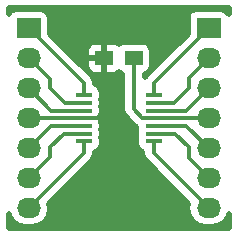
<source format=gbr>
G04 #@! TF.FileFunction,Copper,L1,Top,Signal*
%FSLAX46Y46*%
G04 Gerber Fmt 4.6, Leading zero omitted, Abs format (unit mm)*
G04 Created by KiCad (PCBNEW 4.0.2+e4-6225~38~ubuntu14.04.1-stable) date Thu 30 Jun 2016 19:20:53 SAST*
%MOMM*%
G01*
G04 APERTURE LIST*
%ADD10C,0.050000*%
%ADD11R,1.450000X0.400000*%
%ADD12R,2.032000X1.727200*%
%ADD13O,2.032000X1.727200*%
%ADD14R,1.500000X1.250000*%
%ADD15C,0.380000*%
%ADD16C,0.500000*%
G04 APERTURE END LIST*
D10*
D11*
X144370000Y-97110000D03*
X144370000Y-97760000D03*
X144370000Y-98410000D03*
X144370000Y-99060000D03*
X144370000Y-99710000D03*
X144370000Y-100360000D03*
X144370000Y-101010000D03*
X150270000Y-101010000D03*
X150270000Y-100360000D03*
X150270000Y-99710000D03*
X150270000Y-99060000D03*
X150270000Y-98410000D03*
X150270000Y-97760000D03*
X150270000Y-97110000D03*
D12*
X139700000Y-91440000D03*
D13*
X139700000Y-93980000D03*
X139700000Y-96520000D03*
X139700000Y-99060000D03*
X139700000Y-101600000D03*
X139700000Y-104140000D03*
X139700000Y-106680000D03*
D12*
X154940000Y-91440000D03*
D13*
X154940000Y-93980000D03*
X154940000Y-96520000D03*
X154940000Y-99060000D03*
X154940000Y-101600000D03*
X154940000Y-104140000D03*
X154940000Y-106680000D03*
D14*
X148570000Y-93980000D03*
X146070000Y-93980000D03*
D15*
X144370000Y-97110000D02*
X144370000Y-96110000D01*
X144370000Y-96110000D02*
X139700000Y-91440000D01*
X144370000Y-97760000D02*
X142760000Y-97760000D01*
X141500000Y-95780000D02*
X139700000Y-93980000D01*
X141500000Y-96500000D02*
X141500000Y-95780000D01*
X142760000Y-97760000D02*
X141500000Y-96500000D01*
X144370000Y-98410000D02*
X141590000Y-98410000D01*
X141590000Y-98410000D02*
X139700000Y-96520000D01*
X144370000Y-99710000D02*
X141590000Y-99710000D01*
X141590000Y-99710000D02*
X139700000Y-101600000D01*
X144370000Y-100360000D02*
X142640000Y-100360000D01*
X141500000Y-102340000D02*
X139700000Y-104140000D01*
X141500000Y-101500000D02*
X141500000Y-102340000D01*
X142640000Y-100360000D02*
X141500000Y-101500000D01*
X144370000Y-101010000D02*
X144370000Y-102010000D01*
X144370000Y-102010000D02*
X139700000Y-106680000D01*
X150270000Y-97110000D02*
X150270000Y-96110000D01*
X150270000Y-96110000D02*
X154940000Y-91440000D01*
X150270000Y-97760000D02*
X151990000Y-97760000D01*
X153250000Y-95670000D02*
X154940000Y-93980000D01*
X153250000Y-96500000D02*
X153250000Y-95670000D01*
X151990000Y-97760000D02*
X153250000Y-96500000D01*
X150270000Y-98410000D02*
X153050000Y-98410000D01*
X153050000Y-98410000D02*
X154940000Y-96520000D01*
X150270000Y-99060000D02*
X154940000Y-99060000D01*
X148570000Y-93980000D02*
X148570000Y-98320000D01*
X149310000Y-99060000D02*
X150270000Y-99060000D01*
X148570000Y-98320000D02*
X149310000Y-99060000D01*
X150270000Y-99710000D02*
X153050000Y-99710000D01*
X153050000Y-99710000D02*
X154940000Y-101600000D01*
X150270000Y-100360000D02*
X152110000Y-100360000D01*
X153250000Y-102450000D02*
X154940000Y-104140000D01*
X153250000Y-101500000D02*
X153250000Y-102450000D01*
X152110000Y-100360000D02*
X153250000Y-101500000D01*
X150270000Y-101010000D02*
X150270000Y-102010000D01*
X150270000Y-102010000D02*
X154940000Y-106680000D01*
X144370000Y-99060000D02*
X139700000Y-99060000D01*
X146070000Y-93980000D02*
X146070000Y-98430000D01*
X145440000Y-99060000D02*
X144370000Y-99060000D01*
X146070000Y-98430000D02*
X145440000Y-99060000D01*
D16*
G36*
X156647000Y-90250442D02*
X156509985Y-90037514D01*
X156256682Y-89864440D01*
X155956000Y-89803550D01*
X153924000Y-89803550D01*
X153643102Y-89856405D01*
X153385114Y-90022415D01*
X153212040Y-90275718D01*
X153151150Y-90576400D01*
X153151150Y-91888176D01*
X149599663Y-95439663D01*
X149518000Y-95561880D01*
X149518000Y-95340593D01*
X149600898Y-95324995D01*
X149858886Y-95158985D01*
X150031960Y-94905682D01*
X150092850Y-94605000D01*
X150092850Y-93355000D01*
X150039995Y-93074102D01*
X149873985Y-92816114D01*
X149620682Y-92643040D01*
X149320000Y-92582150D01*
X147820000Y-92582150D01*
X147539102Y-92635005D01*
X147315720Y-92778746D01*
X147249373Y-92712399D01*
X146970776Y-92597000D01*
X146263500Y-92597000D01*
X146074000Y-92786500D01*
X146074000Y-93976000D01*
X146094000Y-93976000D01*
X146094000Y-93984000D01*
X146074000Y-93984000D01*
X146074000Y-95173500D01*
X146263500Y-95363000D01*
X146970776Y-95363000D01*
X147249373Y-95247601D01*
X147317744Y-95179230D01*
X147519318Y-95316960D01*
X147622000Y-95337754D01*
X147622000Y-98320000D01*
X147694162Y-98682784D01*
X147899663Y-98990337D01*
X148639663Y-99730337D01*
X148772150Y-99818862D01*
X148772150Y-99910000D01*
X148796534Y-100039589D01*
X148772150Y-100160000D01*
X148772150Y-100560000D01*
X148796534Y-100689589D01*
X148772150Y-100810000D01*
X148772150Y-101210000D01*
X148825005Y-101490898D01*
X148991015Y-101748886D01*
X149244318Y-101921960D01*
X149322000Y-101937691D01*
X149322000Y-102010000D01*
X149394162Y-102372784D01*
X149599663Y-102680337D01*
X153208905Y-106289579D01*
X153131245Y-106680000D01*
X153254682Y-107300559D01*
X153606201Y-107826644D01*
X154132286Y-108178163D01*
X154752845Y-108301600D01*
X155127155Y-108301600D01*
X155747714Y-108178163D01*
X156273799Y-107826644D01*
X156625318Y-107300559D01*
X156647000Y-107191556D01*
X156647000Y-108387000D01*
X137993000Y-108387000D01*
X137993000Y-107191556D01*
X138014682Y-107300559D01*
X138366201Y-107826644D01*
X138892286Y-108178163D01*
X139512845Y-108301600D01*
X139887155Y-108301600D01*
X140507714Y-108178163D01*
X141033799Y-107826644D01*
X141385318Y-107300559D01*
X141508755Y-106680000D01*
X141431095Y-106289579D01*
X145040337Y-102680337D01*
X145245838Y-102372784D01*
X145286107Y-102170337D01*
X145318000Y-102010000D01*
X145318000Y-101940889D01*
X145375898Y-101929995D01*
X145633886Y-101763985D01*
X145806960Y-101510682D01*
X145867850Y-101210000D01*
X145867850Y-100810000D01*
X145843466Y-100680411D01*
X145867850Y-100560000D01*
X145867850Y-100160000D01*
X145843466Y-100030411D01*
X145867850Y-99910000D01*
X145867850Y-99510000D01*
X145850373Y-99417118D01*
X145853000Y-99410775D01*
X145853000Y-99253500D01*
X145790436Y-99190936D01*
X145705577Y-99059061D01*
X145802952Y-98916548D01*
X145853000Y-98866500D01*
X145853000Y-98709225D01*
X145849478Y-98700722D01*
X145867850Y-98610000D01*
X145867850Y-98210000D01*
X145843466Y-98080411D01*
X145867850Y-97960000D01*
X145867850Y-97560000D01*
X145843466Y-97430411D01*
X145867850Y-97310000D01*
X145867850Y-96910000D01*
X145814995Y-96629102D01*
X145648985Y-96371114D01*
X145395682Y-96198040D01*
X145318000Y-96182309D01*
X145318000Y-96110000D01*
X145245838Y-95747216D01*
X145040337Y-95439663D01*
X143774174Y-94173500D01*
X144562000Y-94173500D01*
X144562000Y-94755775D01*
X144677398Y-95034372D01*
X144890627Y-95247601D01*
X145169224Y-95363000D01*
X145876500Y-95363000D01*
X146066000Y-95173500D01*
X146066000Y-93984000D01*
X144751500Y-93984000D01*
X144562000Y-94173500D01*
X143774174Y-94173500D01*
X142804899Y-93204225D01*
X144562000Y-93204225D01*
X144562000Y-93786500D01*
X144751500Y-93976000D01*
X146066000Y-93976000D01*
X146066000Y-92786500D01*
X145876500Y-92597000D01*
X145169224Y-92597000D01*
X144890627Y-92712399D01*
X144677398Y-92925628D01*
X144562000Y-93204225D01*
X142804899Y-93204225D01*
X141488850Y-91888176D01*
X141488850Y-90576400D01*
X141435995Y-90295502D01*
X141269985Y-90037514D01*
X141016682Y-89864440D01*
X140716000Y-89803550D01*
X138684000Y-89803550D01*
X138403102Y-89856405D01*
X138145114Y-90022415D01*
X137993000Y-90245042D01*
X137993000Y-89733000D01*
X156647000Y-89733000D01*
X156647000Y-90250442D01*
X156647000Y-90250442D01*
G37*
X156647000Y-90250442D02*
X156509985Y-90037514D01*
X156256682Y-89864440D01*
X155956000Y-89803550D01*
X153924000Y-89803550D01*
X153643102Y-89856405D01*
X153385114Y-90022415D01*
X153212040Y-90275718D01*
X153151150Y-90576400D01*
X153151150Y-91888176D01*
X149599663Y-95439663D01*
X149518000Y-95561880D01*
X149518000Y-95340593D01*
X149600898Y-95324995D01*
X149858886Y-95158985D01*
X150031960Y-94905682D01*
X150092850Y-94605000D01*
X150092850Y-93355000D01*
X150039995Y-93074102D01*
X149873985Y-92816114D01*
X149620682Y-92643040D01*
X149320000Y-92582150D01*
X147820000Y-92582150D01*
X147539102Y-92635005D01*
X147315720Y-92778746D01*
X147249373Y-92712399D01*
X146970776Y-92597000D01*
X146263500Y-92597000D01*
X146074000Y-92786500D01*
X146074000Y-93976000D01*
X146094000Y-93976000D01*
X146094000Y-93984000D01*
X146074000Y-93984000D01*
X146074000Y-95173500D01*
X146263500Y-95363000D01*
X146970776Y-95363000D01*
X147249373Y-95247601D01*
X147317744Y-95179230D01*
X147519318Y-95316960D01*
X147622000Y-95337754D01*
X147622000Y-98320000D01*
X147694162Y-98682784D01*
X147899663Y-98990337D01*
X148639663Y-99730337D01*
X148772150Y-99818862D01*
X148772150Y-99910000D01*
X148796534Y-100039589D01*
X148772150Y-100160000D01*
X148772150Y-100560000D01*
X148796534Y-100689589D01*
X148772150Y-100810000D01*
X148772150Y-101210000D01*
X148825005Y-101490898D01*
X148991015Y-101748886D01*
X149244318Y-101921960D01*
X149322000Y-101937691D01*
X149322000Y-102010000D01*
X149394162Y-102372784D01*
X149599663Y-102680337D01*
X153208905Y-106289579D01*
X153131245Y-106680000D01*
X153254682Y-107300559D01*
X153606201Y-107826644D01*
X154132286Y-108178163D01*
X154752845Y-108301600D01*
X155127155Y-108301600D01*
X155747714Y-108178163D01*
X156273799Y-107826644D01*
X156625318Y-107300559D01*
X156647000Y-107191556D01*
X156647000Y-108387000D01*
X137993000Y-108387000D01*
X137993000Y-107191556D01*
X138014682Y-107300559D01*
X138366201Y-107826644D01*
X138892286Y-108178163D01*
X139512845Y-108301600D01*
X139887155Y-108301600D01*
X140507714Y-108178163D01*
X141033799Y-107826644D01*
X141385318Y-107300559D01*
X141508755Y-106680000D01*
X141431095Y-106289579D01*
X145040337Y-102680337D01*
X145245838Y-102372784D01*
X145286107Y-102170337D01*
X145318000Y-102010000D01*
X145318000Y-101940889D01*
X145375898Y-101929995D01*
X145633886Y-101763985D01*
X145806960Y-101510682D01*
X145867850Y-101210000D01*
X145867850Y-100810000D01*
X145843466Y-100680411D01*
X145867850Y-100560000D01*
X145867850Y-100160000D01*
X145843466Y-100030411D01*
X145867850Y-99910000D01*
X145867850Y-99510000D01*
X145850373Y-99417118D01*
X145853000Y-99410775D01*
X145853000Y-99253500D01*
X145790436Y-99190936D01*
X145705577Y-99059061D01*
X145802952Y-98916548D01*
X145853000Y-98866500D01*
X145853000Y-98709225D01*
X145849478Y-98700722D01*
X145867850Y-98610000D01*
X145867850Y-98210000D01*
X145843466Y-98080411D01*
X145867850Y-97960000D01*
X145867850Y-97560000D01*
X145843466Y-97430411D01*
X145867850Y-97310000D01*
X145867850Y-96910000D01*
X145814995Y-96629102D01*
X145648985Y-96371114D01*
X145395682Y-96198040D01*
X145318000Y-96182309D01*
X145318000Y-96110000D01*
X145245838Y-95747216D01*
X145040337Y-95439663D01*
X143774174Y-94173500D01*
X144562000Y-94173500D01*
X144562000Y-94755775D01*
X144677398Y-95034372D01*
X144890627Y-95247601D01*
X145169224Y-95363000D01*
X145876500Y-95363000D01*
X146066000Y-95173500D01*
X146066000Y-93984000D01*
X144751500Y-93984000D01*
X144562000Y-94173500D01*
X143774174Y-94173500D01*
X142804899Y-93204225D01*
X144562000Y-93204225D01*
X144562000Y-93786500D01*
X144751500Y-93976000D01*
X146066000Y-93976000D01*
X146066000Y-92786500D01*
X145876500Y-92597000D01*
X145169224Y-92597000D01*
X144890627Y-92712399D01*
X144677398Y-92925628D01*
X144562000Y-93204225D01*
X142804899Y-93204225D01*
X141488850Y-91888176D01*
X141488850Y-90576400D01*
X141435995Y-90295502D01*
X141269985Y-90037514D01*
X141016682Y-89864440D01*
X140716000Y-89803550D01*
X138684000Y-89803550D01*
X138403102Y-89856405D01*
X138145114Y-90022415D01*
X137993000Y-90245042D01*
X137993000Y-89733000D01*
X156647000Y-89733000D01*
X156647000Y-90250442D01*
G36*
X139704000Y-99056000D02*
X139724000Y-99056000D01*
X139724000Y-99064000D01*
X139704000Y-99064000D01*
X139704000Y-99084000D01*
X139696000Y-99084000D01*
X139696000Y-99064000D01*
X139676000Y-99064000D01*
X139676000Y-99056000D01*
X139696000Y-99056000D01*
X139696000Y-99036000D01*
X139704000Y-99036000D01*
X139704000Y-99056000D01*
X139704000Y-99056000D01*
G37*
X139704000Y-99056000D02*
X139724000Y-99056000D01*
X139724000Y-99064000D01*
X139704000Y-99064000D01*
X139704000Y-99084000D01*
X139696000Y-99084000D01*
X139696000Y-99064000D01*
X139676000Y-99064000D01*
X139676000Y-99056000D01*
X139696000Y-99056000D01*
X139696000Y-99036000D01*
X139704000Y-99036000D01*
X139704000Y-99056000D01*
M02*

</source>
